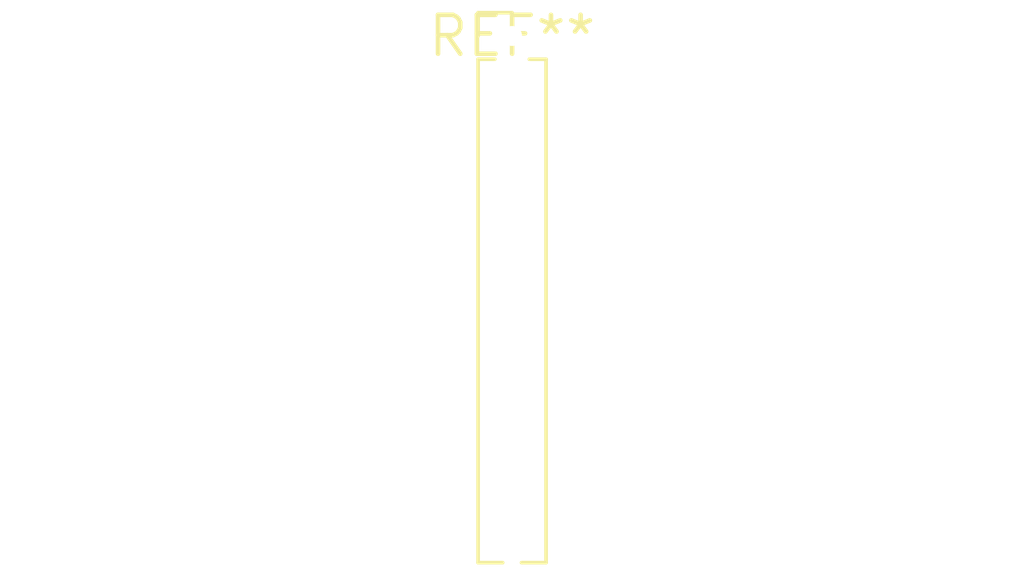
<source format=kicad_pcb>
(kicad_pcb (version 20240108) (generator pcbnew)
  (layers (0 "F.Cu" signal) (31 "B.Cu" signal) (34 "B.Paste" user) (35 "F.Paste" user) (36 "B.SilkS" user "B.Silkscreen") (37 "F.SilkS" user "F.Silkscreen") (38 "B.Mask" user) (39 "F.Mask" user) (44 "Edge.Cuts" user))
  (net 0 "")
  (footprint "PinHeader_1x14_P1.27mm_Vertical" (layer "F.Cu") (at 0 0)
    (property "Reference" "REF**")
    (property "Value" "PinHeader_1x14_P1.27mm_Vertical")
    (fp_line (start -1.11 -0.76) (end 0 -0.76) (layer "F.SilkS") (stroke (width 0.12)))
    (fp_line (start -1.11 0) (end -1.11 -0.76) (layer "F.SilkS") (stroke (width 0.12)))
    (fp_line (start -1.11 0.76) (end -1.11 17.205) (layer "F.SilkS") (stroke (width 0.12)))
    (fp_line (start -1.11 0.76) (end -0.563471 0.76) (layer "F.SilkS") (stroke (width 0.12)))
    (fp_line (start -1.11 17.205) (end -0.30753 17.205) (layer "F.SilkS") (stroke (width 0.12)))
    (fp_line (start 0.30753 17.205) (end 1.11 17.205) (layer "F.SilkS") (stroke (width 0.12)))
    (fp_line (start 0.563471 0.76) (end 1.11 0.76) (layer "F.SilkS") (stroke (width 0.12)))
    (fp_line (start 1.11 0.76) (end 1.11 17.205) (layer "F.SilkS") (stroke (width 0.12)))
    (pad "1" thru_hole rect (at 0 0) (size 1 1) (drill 0.65) (layers *.Cu *.Mask) (remove_unused_layers))
    (pad "2" thru_hole oval (at 0 1.27) (size 1 1) (drill 0.65) (layers *.Cu *.Mask) (remove_unused_layers))
    (pad "3" thru_hole oval (at 0 2.54) (size 1 1) (drill 0.65) (layers *.Cu *.Mask) (remove_unused_layers))
    (pad "4" thru_hole oval (at 0 3.81) (size 1 1) (drill 0.65) (layers *.Cu *.Mask) (remove_unused_layers))
    (pad "5" thru_hole oval (at 0 5.08) (size 1 1) (drill 0.65) (layers *.Cu *.Mask) (remove_unused_layers))
    (pad "6" thru_hole oval (at 0 6.35) (size 1 1) (drill 0.65) (layers *.Cu *.Mask) (remove_unused_layers))
    (pad "7" thru_hole oval (at 0 7.62) (size 1 1) (drill 0.65) (layers *.Cu *.Mask) (remove_unused_layers))
    (pad "8" thru_hole oval (at 0 8.89) (size 1 1) (drill 0.65) (layers *.Cu *.Mask) (remove_unused_layers))
    (pad "9" thru_hole oval (at 0 10.16) (size 1 1) (drill 0.65) (layers *.Cu *.Mask) (remove_unused_layers))
    (pad "10" thru_hole oval (at 0 11.43) (size 1 1) (drill 0.65) (layers *.Cu *.Mask) (remove_unused_layers))
    (pad "11" thru_hole oval (at 0 12.7) (size 1 1) (drill 0.65) (layers *.Cu *.Mask) (remove_unused_layers))
    (pad "12" thru_hole oval (at 0 13.97) (size 1 1) (drill 0.65) (layers *.Cu *.Mask) (remove_unused_layers))
    (pad "13" thru_hole oval (at 0 15.24) (size 1 1) (drill 0.65) (layers *.Cu *.Mask) (remove_unused_layers))
    (pad "14" thru_hole oval (at 0 16.51) (size 1 1) (drill 0.65) (layers *.Cu *.Mask) (remove_unused_layers))
  )
)
</source>
